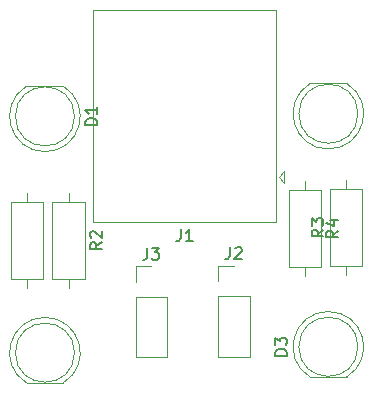
<source format=gbr>
%TF.GenerationSoftware,KiCad,Pcbnew,7.0.9*%
%TF.CreationDate,2023-12-13T17:43:11-05:00*%
%TF.ProjectId,Servo_Adapt,53657276-6f5f-4416-9461-70742e6b6963,rev?*%
%TF.SameCoordinates,Original*%
%TF.FileFunction,Legend,Top*%
%TF.FilePolarity,Positive*%
%FSLAX46Y46*%
G04 Gerber Fmt 4.6, Leading zero omitted, Abs format (unit mm)*
G04 Created by KiCad (PCBNEW 7.0.9) date 2023-12-13 17:43:11*
%MOMM*%
%LPD*%
G01*
G04 APERTURE LIST*
%ADD10C,0.150000*%
%ADD11C,0.120000*%
G04 APERTURE END LIST*
D10*
X153824819Y-83166666D02*
X153348628Y-83499999D01*
X153824819Y-83738094D02*
X152824819Y-83738094D01*
X152824819Y-83738094D02*
X152824819Y-83357142D01*
X152824819Y-83357142D02*
X152872438Y-83261904D01*
X152872438Y-83261904D02*
X152920057Y-83214285D01*
X152920057Y-83214285D02*
X153015295Y-83166666D01*
X153015295Y-83166666D02*
X153158152Y-83166666D01*
X153158152Y-83166666D02*
X153253390Y-83214285D01*
X153253390Y-83214285D02*
X153301009Y-83261904D01*
X153301009Y-83261904D02*
X153348628Y-83357142D01*
X153348628Y-83357142D02*
X153348628Y-83738094D01*
X153158152Y-82309523D02*
X153824819Y-82309523D01*
X152777200Y-82547618D02*
X153491485Y-82785713D01*
X153491485Y-82785713D02*
X153491485Y-82166666D01*
X152584819Y-83086666D02*
X152108628Y-83419999D01*
X152584819Y-83658094D02*
X151584819Y-83658094D01*
X151584819Y-83658094D02*
X151584819Y-83277142D01*
X151584819Y-83277142D02*
X151632438Y-83181904D01*
X151632438Y-83181904D02*
X151680057Y-83134285D01*
X151680057Y-83134285D02*
X151775295Y-83086666D01*
X151775295Y-83086666D02*
X151918152Y-83086666D01*
X151918152Y-83086666D02*
X152013390Y-83134285D01*
X152013390Y-83134285D02*
X152061009Y-83181904D01*
X152061009Y-83181904D02*
X152108628Y-83277142D01*
X152108628Y-83277142D02*
X152108628Y-83658094D01*
X151584819Y-82753332D02*
X151584819Y-82134285D01*
X151584819Y-82134285D02*
X151965771Y-82467618D01*
X151965771Y-82467618D02*
X151965771Y-82324761D01*
X151965771Y-82324761D02*
X152013390Y-82229523D01*
X152013390Y-82229523D02*
X152061009Y-82181904D01*
X152061009Y-82181904D02*
X152156247Y-82134285D01*
X152156247Y-82134285D02*
X152394342Y-82134285D01*
X152394342Y-82134285D02*
X152489580Y-82181904D01*
X152489580Y-82181904D02*
X152537200Y-82229523D01*
X152537200Y-82229523D02*
X152584819Y-82324761D01*
X152584819Y-82324761D02*
X152584819Y-82610475D01*
X152584819Y-82610475D02*
X152537200Y-82705713D01*
X152537200Y-82705713D02*
X152489580Y-82753332D01*
X149494819Y-93743094D02*
X148494819Y-93743094D01*
X148494819Y-93743094D02*
X148494819Y-93504999D01*
X148494819Y-93504999D02*
X148542438Y-93362142D01*
X148542438Y-93362142D02*
X148637676Y-93266904D01*
X148637676Y-93266904D02*
X148732914Y-93219285D01*
X148732914Y-93219285D02*
X148923390Y-93171666D01*
X148923390Y-93171666D02*
X149066247Y-93171666D01*
X149066247Y-93171666D02*
X149256723Y-93219285D01*
X149256723Y-93219285D02*
X149351961Y-93266904D01*
X149351961Y-93266904D02*
X149447200Y-93362142D01*
X149447200Y-93362142D02*
X149494819Y-93504999D01*
X149494819Y-93504999D02*
X149494819Y-93743094D01*
X148494819Y-92838332D02*
X148494819Y-92219285D01*
X148494819Y-92219285D02*
X148875771Y-92552618D01*
X148875771Y-92552618D02*
X148875771Y-92409761D01*
X148875771Y-92409761D02*
X148923390Y-92314523D01*
X148923390Y-92314523D02*
X148971009Y-92266904D01*
X148971009Y-92266904D02*
X149066247Y-92219285D01*
X149066247Y-92219285D02*
X149304342Y-92219285D01*
X149304342Y-92219285D02*
X149399580Y-92266904D01*
X149399580Y-92266904D02*
X149447200Y-92314523D01*
X149447200Y-92314523D02*
X149494819Y-92409761D01*
X149494819Y-92409761D02*
X149494819Y-92695475D01*
X149494819Y-92695475D02*
X149447200Y-92790713D01*
X149447200Y-92790713D02*
X149399580Y-92838332D01*
X133824819Y-84166666D02*
X133348628Y-84499999D01*
X133824819Y-84738094D02*
X132824819Y-84738094D01*
X132824819Y-84738094D02*
X132824819Y-84357142D01*
X132824819Y-84357142D02*
X132872438Y-84261904D01*
X132872438Y-84261904D02*
X132920057Y-84214285D01*
X132920057Y-84214285D02*
X133015295Y-84166666D01*
X133015295Y-84166666D02*
X133158152Y-84166666D01*
X133158152Y-84166666D02*
X133253390Y-84214285D01*
X133253390Y-84214285D02*
X133301009Y-84261904D01*
X133301009Y-84261904D02*
X133348628Y-84357142D01*
X133348628Y-84357142D02*
X133348628Y-84738094D01*
X132920057Y-83785713D02*
X132872438Y-83738094D01*
X132872438Y-83738094D02*
X132824819Y-83642856D01*
X132824819Y-83642856D02*
X132824819Y-83404761D01*
X132824819Y-83404761D02*
X132872438Y-83309523D01*
X132872438Y-83309523D02*
X132920057Y-83261904D01*
X132920057Y-83261904D02*
X133015295Y-83214285D01*
X133015295Y-83214285D02*
X133110533Y-83214285D01*
X133110533Y-83214285D02*
X133253390Y-83261904D01*
X133253390Y-83261904D02*
X133824819Y-83833332D01*
X133824819Y-83833332D02*
X133824819Y-83214285D01*
X137666666Y-84624819D02*
X137666666Y-85339104D01*
X137666666Y-85339104D02*
X137619047Y-85481961D01*
X137619047Y-85481961D02*
X137523809Y-85577200D01*
X137523809Y-85577200D02*
X137380952Y-85624819D01*
X137380952Y-85624819D02*
X137285714Y-85624819D01*
X138047619Y-84624819D02*
X138666666Y-84624819D01*
X138666666Y-84624819D02*
X138333333Y-85005771D01*
X138333333Y-85005771D02*
X138476190Y-85005771D01*
X138476190Y-85005771D02*
X138571428Y-85053390D01*
X138571428Y-85053390D02*
X138619047Y-85101009D01*
X138619047Y-85101009D02*
X138666666Y-85196247D01*
X138666666Y-85196247D02*
X138666666Y-85434342D01*
X138666666Y-85434342D02*
X138619047Y-85529580D01*
X138619047Y-85529580D02*
X138571428Y-85577200D01*
X138571428Y-85577200D02*
X138476190Y-85624819D01*
X138476190Y-85624819D02*
X138190476Y-85624819D01*
X138190476Y-85624819D02*
X138095238Y-85577200D01*
X138095238Y-85577200D02*
X138047619Y-85529580D01*
X144666666Y-84584819D02*
X144666666Y-85299104D01*
X144666666Y-85299104D02*
X144619047Y-85441961D01*
X144619047Y-85441961D02*
X144523809Y-85537200D01*
X144523809Y-85537200D02*
X144380952Y-85584819D01*
X144380952Y-85584819D02*
X144285714Y-85584819D01*
X145095238Y-84680057D02*
X145142857Y-84632438D01*
X145142857Y-84632438D02*
X145238095Y-84584819D01*
X145238095Y-84584819D02*
X145476190Y-84584819D01*
X145476190Y-84584819D02*
X145571428Y-84632438D01*
X145571428Y-84632438D02*
X145619047Y-84680057D01*
X145619047Y-84680057D02*
X145666666Y-84775295D01*
X145666666Y-84775295D02*
X145666666Y-84870533D01*
X145666666Y-84870533D02*
X145619047Y-85013390D01*
X145619047Y-85013390D02*
X145047619Y-85584819D01*
X145047619Y-85584819D02*
X145666666Y-85584819D01*
X140504166Y-83054819D02*
X140504166Y-83769104D01*
X140504166Y-83769104D02*
X140456547Y-83911961D01*
X140456547Y-83911961D02*
X140361309Y-84007200D01*
X140361309Y-84007200D02*
X140218452Y-84054819D01*
X140218452Y-84054819D02*
X140123214Y-84054819D01*
X141504166Y-84054819D02*
X140932738Y-84054819D01*
X141218452Y-84054819D02*
X141218452Y-83054819D01*
X141218452Y-83054819D02*
X141123214Y-83197676D01*
X141123214Y-83197676D02*
X141027976Y-83292914D01*
X141027976Y-83292914D02*
X140932738Y-83340533D01*
X133414819Y-74233094D02*
X132414819Y-74233094D01*
X132414819Y-74233094D02*
X132414819Y-73994999D01*
X132414819Y-73994999D02*
X132462438Y-73852142D01*
X132462438Y-73852142D02*
X132557676Y-73756904D01*
X132557676Y-73756904D02*
X132652914Y-73709285D01*
X132652914Y-73709285D02*
X132843390Y-73661666D01*
X132843390Y-73661666D02*
X132986247Y-73661666D01*
X132986247Y-73661666D02*
X133176723Y-73709285D01*
X133176723Y-73709285D02*
X133271961Y-73756904D01*
X133271961Y-73756904D02*
X133367200Y-73852142D01*
X133367200Y-73852142D02*
X133414819Y-73994999D01*
X133414819Y-73994999D02*
X133414819Y-74233094D01*
X133414819Y-72709285D02*
X133414819Y-73280713D01*
X133414819Y-72994999D02*
X132414819Y-72994999D01*
X132414819Y-72994999D02*
X132557676Y-73090237D01*
X132557676Y-73090237D02*
X132652914Y-73185475D01*
X132652914Y-73185475D02*
X132700533Y-73280713D01*
D11*
%TO.C,R4*%
X151000000Y-87040000D02*
X151000000Y-86270000D01*
X151000000Y-78960000D02*
X151000000Y-79730000D01*
X152370000Y-79730000D02*
X149630000Y-79730000D01*
X149630000Y-86270000D02*
X152370000Y-86270000D01*
X149630000Y-79730000D02*
X149630000Y-86270000D01*
X152370000Y-86270000D02*
X152370000Y-79730000D01*
%TO.C,R3*%
X154500000Y-78880000D02*
X154500000Y-79650000D01*
X154500000Y-86960000D02*
X154500000Y-86190000D01*
X153130000Y-86190000D02*
X155870000Y-86190000D01*
X155870000Y-79650000D02*
X153130000Y-79650000D01*
X155870000Y-86190000D02*
X155870000Y-79650000D01*
X153130000Y-79650000D02*
X153130000Y-86190000D01*
%TO.C,D4*%
X154545000Y-70710000D02*
X151455000Y-70710000D01*
X151455170Y-70710000D02*
G75*
G03*
X153000462Y-76260000I1544830J-2560000D01*
G01*
X152999538Y-76259999D02*
G75*
G03*
X154544830Y-70710001I462J2989999D01*
G01*
X155500000Y-73270000D02*
G75*
G03*
X155500000Y-73270000I-2500000J0D01*
G01*
%TO.C,D3*%
X151455000Y-95565000D02*
X154545000Y-95565000D01*
X154544830Y-95565000D02*
G75*
G03*
X152999538Y-90015000I-1544830J2560000D01*
G01*
X153000462Y-90015001D02*
G75*
G03*
X151455170Y-95564999I-462J-2989999D01*
G01*
X155500000Y-93005000D02*
G75*
G03*
X155500000Y-93005000I-2500000J0D01*
G01*
%TO.C,R2*%
X131000000Y-88040000D02*
X131000000Y-87270000D01*
X131000000Y-79960000D02*
X131000000Y-80730000D01*
X132370000Y-80730000D02*
X129630000Y-80730000D01*
X129630000Y-87270000D02*
X132370000Y-87270000D01*
X129630000Y-80730000D02*
X129630000Y-87270000D01*
X132370000Y-87270000D02*
X132370000Y-80730000D01*
%TO.C,R1*%
X127500000Y-79960000D02*
X127500000Y-80730000D01*
X127500000Y-88040000D02*
X127500000Y-87270000D01*
X126130000Y-87270000D02*
X128870000Y-87270000D01*
X128870000Y-80730000D02*
X126130000Y-80730000D01*
X128870000Y-87270000D02*
X128870000Y-80730000D01*
X126130000Y-80730000D02*
X126130000Y-87270000D01*
%TO.C,J3*%
X136670000Y-93910000D02*
X139330000Y-93910000D01*
X136670000Y-88770000D02*
X136670000Y-93910000D01*
X136670000Y-87500000D02*
X136670000Y-86170000D01*
X139330000Y-88770000D02*
X139330000Y-93910000D01*
X136670000Y-86170000D02*
X138000000Y-86170000D01*
X136670000Y-88770000D02*
X139330000Y-88770000D01*
%TO.C,J2*%
X143670000Y-93870000D02*
X146330000Y-93870000D01*
X143670000Y-88730000D02*
X143670000Y-93870000D01*
X143670000Y-87460000D02*
X143670000Y-86130000D01*
X146330000Y-88730000D02*
X146330000Y-93870000D01*
X143670000Y-86130000D02*
X145000000Y-86130000D01*
X143670000Y-88730000D02*
X146330000Y-88730000D01*
%TO.C,J1*%
X133077500Y-82480000D02*
X148597500Y-82480000D01*
X149282500Y-78100000D02*
X148782500Y-78600000D01*
X148597500Y-82480000D02*
X148597500Y-64520000D01*
X149282500Y-79100000D02*
X149282500Y-78100000D01*
X148597500Y-64520000D02*
X133077500Y-64520000D01*
X133077500Y-82480000D02*
X133077500Y-64520000D01*
X148782500Y-78600000D02*
X149282500Y-79100000D01*
%TO.C,D2*%
X127455000Y-96065000D02*
X130545000Y-96065000D01*
X130544830Y-96065000D02*
G75*
G03*
X128999538Y-90515000I-1544830J2560000D01*
G01*
X129000462Y-90515001D02*
G75*
G03*
X127455170Y-96064999I-462J-2989999D01*
G01*
X131500000Y-93505000D02*
G75*
G03*
X131500000Y-93505000I-2500000J0D01*
G01*
%TO.C,D1*%
X130545000Y-70935000D02*
X127455000Y-70935000D01*
X127455170Y-70935000D02*
G75*
G03*
X129000462Y-76485000I1544830J-2560000D01*
G01*
X128999538Y-76484999D02*
G75*
G03*
X130544830Y-70935001I462J2989999D01*
G01*
X131500000Y-73495000D02*
G75*
G03*
X131500000Y-73495000I-2500000J0D01*
G01*
%TD*%
M02*

</source>
